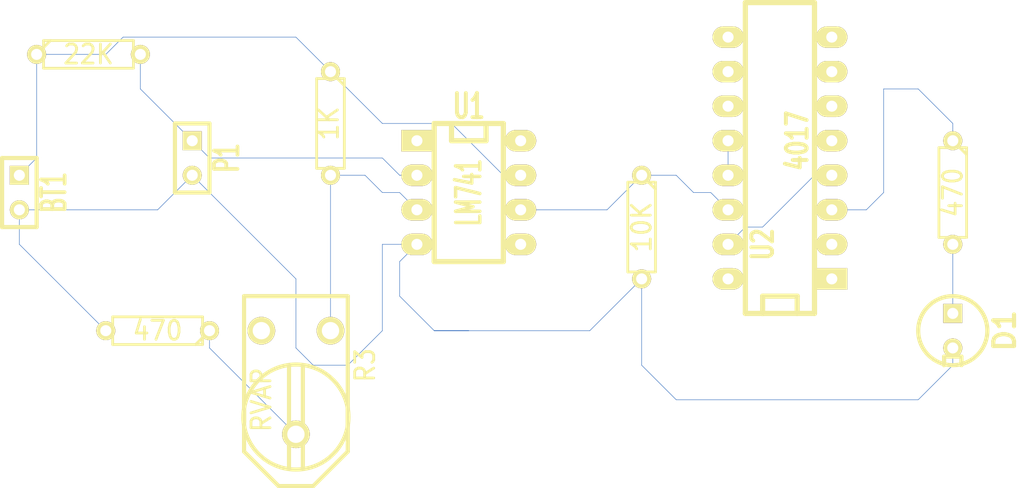
<source format=kicad_pcb>
(kicad_pcb (version 3) (host pcbnew "(2013-07-07 BZR 4022)-stable")

  (general
    (links 19)
    (no_connects 0)
    (area 17.373599 16.065499 92.6084 52.476401)
    (thickness 1.6)
    (drawings 0)
    (tracks 64)
    (zones 0)
    (modules 11)
    (nets 11)
  )

  (page A4)
  (title_block 
    (title "ADVACED CLAP")
  )

  (layers
    (15 F.Cu signal)
    (0 B.Cu signal)
    (16 B.Adhes user)
    (17 F.Adhes user)
    (18 B.Paste user)
    (19 F.Paste user)
    (20 B.SilkS user)
    (21 F.SilkS user)
    (22 B.Mask user)
    (23 F.Mask user)
    (24 Dwgs.User user)
    (25 Cmts.User user)
    (26 Eco1.User user)
    (27 Eco2.User user)
    (28 Edge.Cuts user)
  )

  (setup
    (last_trace_width 0.04)
    (trace_clearance 0.254)
    (zone_clearance 0.508)
    (zone_45_only no)
    (trace_min 0.04)
    (segment_width 0.2)
    (edge_width 0.1)
    (via_size 0.06)
    (via_drill 0.02)
    (via_min_size 0.06)
    (via_min_drill 0.02)
    (uvia_size 0.508)
    (uvia_drill 0.127)
    (uvias_allowed no)
    (uvia_min_size 0.508)
    (uvia_min_drill 0.127)
    (pcb_text_width 0.3)
    (pcb_text_size 1.5 1.5)
    (mod_edge_width 0.15)
    (mod_text_size 1 1)
    (mod_text_width 0.15)
    (pad_size 1.5 1.5)
    (pad_drill 0.6)
    (pad_to_mask_clearance 0)
    (aux_axis_origin 0 0)
    (visible_elements 7FFFFFFF)
    (pcbplotparams
      (layerselection 3178497)
      (usegerberextensions true)
      (excludeedgelayer true)
      (linewidth 0.150000)
      (plotframeref false)
      (viasonmask false)
      (mode 1)
      (useauxorigin false)
      (hpglpennumber 1)
      (hpglpenspeed 20)
      (hpglpendiameter 15)
      (hpglpenoverlay 2)
      (psnegative false)
      (psa4output false)
      (plotreference true)
      (plotvalue true)
      (plotothertext true)
      (plotinvisibletext false)
      (padsonsilk false)
      (subtractmaskfromsilk false)
      (outputformat 1)
      (mirror false)
      (drillshape 1)
      (scaleselection 1)
      (outputdirectory ""))
  )

  (net 0 "")
  (net 1 N-000001)
  (net 2 N-0000010)
  (net 3 N-0000011)
  (net 4 N-0000012)
  (net 5 N-0000013)
  (net 6 N-0000014)
  (net 7 N-000002)
  (net 8 N-000003)
  (net 9 N-000007)
  (net 10 N-000008)

  (net_class Default "This is the default net class."
    (clearance 0.254)
    (trace_width 0.04)
    (via_dia 0.06)
    (via_drill 0.02)
    (uvia_dia 0.508)
    (uvia_drill 0.127)
    (add_net "")
    (add_net N-000001)
    (add_net N-0000010)
    (add_net N-0000011)
    (add_net N-0000012)
    (add_net N-0000013)
    (add_net N-0000014)
    (add_net N-000002)
    (add_net N-000003)
    (add_net N-000007)
    (add_net N-000008)
  )

  (module SIL-2 (layer F.Cu) (tedit 200000) (tstamp 5A78991E)
    (at 31.75 27.94 270)
    (descr "Connecteurs 2 pins")
    (tags "CONN DEV")
    (path /5A786E3E)
    (fp_text reference P1 (at 0 -2.54 270) (layer F.SilkS)
      (effects (font (size 1.72974 1.08712) (thickness 0.3048)))
    )
    (fp_text value CONN_2 (at 0 -2.54 270) (layer F.SilkS) hide
      (effects (font (size 1.524 1.016) (thickness 0.3048)))
    )
    (fp_line (start -2.54 1.27) (end -2.54 -1.27) (layer F.SilkS) (width 0.3048))
    (fp_line (start -2.54 -1.27) (end 2.54 -1.27) (layer F.SilkS) (width 0.3048))
    (fp_line (start 2.54 -1.27) (end 2.54 1.27) (layer F.SilkS) (width 0.3048))
    (fp_line (start 2.54 1.27) (end -2.54 1.27) (layer F.SilkS) (width 0.3048))
    (pad 1 thru_hole rect (at -1.27 0 270) (size 1.397 1.397) (drill 0.8128)
      (layers *.Cu *.Mask F.SilkS)
      (net 6 N-0000014)
    )
    (pad 2 thru_hole circle (at 1.27 0 270) (size 1.397 1.397) (drill 0.8128)
      (layers *.Cu *.Mask F.SilkS)
      (net 5 N-0000013)
    )
  )

  (module SIL-2 (layer F.Cu) (tedit 200000) (tstamp 5A789983)
    (at 19.05 30.48 270)
    (descr "Connecteurs 2 pins")
    (tags "CONN DEV")
    (path /5A786E94)
    (fp_text reference BT1 (at 0 -2.54 270) (layer F.SilkS)
      (effects (font (size 1.72974 1.08712) (thickness 0.3048)))
    )
    (fp_text value BATTERY (at 0 -2.54 270) (layer F.SilkS) hide
      (effects (font (size 1.524 1.016) (thickness 0.3048)))
    )
    (fp_line (start -2.54 1.27) (end -2.54 -1.27) (layer F.SilkS) (width 0.3048))
    (fp_line (start -2.54 -1.27) (end 2.54 -1.27) (layer F.SilkS) (width 0.3048))
    (fp_line (start 2.54 -1.27) (end 2.54 1.27) (layer F.SilkS) (width 0.3048))
    (fp_line (start 2.54 1.27) (end -2.54 1.27) (layer F.SilkS) (width 0.3048))
    (pad 1 thru_hole rect (at -1.27 0 270) (size 1.397 1.397) (drill 0.8128)
      (layers *.Cu *.Mask F.SilkS)
      (net 9 N-000007)
    )
    (pad 2 thru_hole circle (at 1.27 0 270) (size 1.397 1.397) (drill 0.8128)
      (layers *.Cu *.Mask F.SilkS)
      (net 5 N-0000013)
    )
  )

  (module RV2X4 (layer F.Cu) (tedit 5A7892E2) (tstamp 5A788FDA)
    (at 39.37 45.72 270)
    (descr "Resistance variable / Potentiometre")
    (tags R)
    (path /5A786E2F)
    (fp_text reference R3 (at -2.54 -5.08 270) (layer F.SilkS)
      (effects (font (size 1.397 1.27) (thickness 0.2032)))
    )
    (fp_text value RVAR (at 0 2.54 270) (layer F.SilkS)
      (effects (font (size 1.397 1.27) (thickness 0.2032)))
    )
    (fp_line (start -7.62 -3.81) (end 3.81 -3.81) (layer F.SilkS) (width 0.3048))
    (fp_line (start 3.81 -3.81) (end 6.35 -1.27) (layer F.SilkS) (width 0.3048))
    (fp_line (start 6.35 -1.27) (end 6.35 1.27) (layer F.SilkS) (width 0.3048))
    (fp_line (start 6.35 1.27) (end 3.81 3.81) (layer F.SilkS) (width 0.3048))
    (fp_line (start 3.81 3.81) (end -7.62 3.81) (layer F.SilkS) (width 0.3048))
    (fp_line (start -7.62 3.81) (end -7.62 -3.81) (layer F.SilkS) (width 0.3048))
    (fp_line (start 0.762 -3.81) (end 1.905 -3.81) (layer F.SilkS) (width 0.3048))
    (fp_line (start 1.651 3.81) (end 0.762 3.81) (layer F.SilkS) (width 0.3048))
    (fp_line (start -2.54 -0.508) (end 4.953 -0.508) (layer F.SilkS) (width 0.3048))
    (fp_line (start -2.54 0.508) (end 4.953 0.508) (layer F.SilkS) (width 0.3048))
    (fp_circle (center 1.27 0) (end -2.54 -0.635) (layer F.SilkS) (width 0.3048))
    (pad 1 thru_hole circle (at -5.08 -2.54 270) (size 2.032 2.032) (drill 1.27)
      (layers *.Cu *.Mask F.SilkS)
      (net 1 N-000001)
    )
    (pad 2 thru_hole circle (at 2.54 0 270) (size 2.032 2.032) (drill 1.27)
      (layers *.Cu *.Mask F.SilkS)
      (net 7 N-000002)
    )
    (pad 3 thru_hole circle (at -5.08 2.54 270) (size 2.032 2.032) (drill 1.27)
      (layers *.Cu *.Mask F.SilkS)
    )
    (model discret/adjustable_rx2v4.wrl
      (at (xyz 0 0 0))
      (scale (xyz 1 1 1))
      (rotate (xyz 0 0 0))
    )
  )

  (module R3 (layer F.Cu) (tedit 5A78976E) (tstamp 5A789969)
    (at 24.13 20.32)
    (descr "Resitance 3 pas")
    (tags R)
    (path /5A786DE4)
    (autoplace_cost180 10)
    (fp_text reference R1 (at 0 0.127) (layer F.SilkS) hide
      (effects (font (size 1.397 1.27) (thickness 0.2032)))
    )
    (fp_text value 22K (at 0 0) (layer F.SilkS)
      (effects (font (size 1.397 1.27) (thickness 0.2032)))
    )
    (fp_line (start -3.81 0) (end -3.302 0) (layer F.SilkS) (width 0.2032))
    (fp_line (start 3.81 0) (end 3.302 0) (layer F.SilkS) (width 0.2032))
    (fp_line (start 3.302 0) (end 3.302 -1.016) (layer F.SilkS) (width 0.2032))
    (fp_line (start 3.302 -1.016) (end -3.302 -1.016) (layer F.SilkS) (width 0.2032))
    (fp_line (start -3.302 -1.016) (end -3.302 1.016) (layer F.SilkS) (width 0.2032))
    (fp_line (start -3.302 1.016) (end 3.302 1.016) (layer F.SilkS) (width 0.2032))
    (fp_line (start 3.302 1.016) (end 3.302 0) (layer F.SilkS) (width 0.2032))
    (fp_line (start -3.302 -0.508) (end -2.794 -1.016) (layer F.SilkS) (width 0.2032))
    (pad 1 thru_hole circle (at -3.81 0) (size 1.397 1.397) (drill 0.8128)
      (layers *.Cu *.Mask F.SilkS)
      (net 9 N-000007)
    )
    (pad 2 thru_hole circle (at 3.81 0) (size 1.397 1.397) (drill 0.8128)
      (layers *.Cu *.Mask F.SilkS)
      (net 6 N-0000014)
    )
    (model discret/resistor.wrl
      (at (xyz 0 0 0))
      (scale (xyz 0.3 0.3 0.3))
      (rotate (xyz 0 0 0))
    )
  )

  (module R3 (layer F.Cu) (tedit 4E4C0E65) (tstamp 5A788FF6)
    (at 41.91 25.4 270)
    (descr "Resitance 3 pas")
    (tags R)
    (path /5A786DF3)
    (autoplace_cost180 10)
    (fp_text reference R2 (at 0 0.127 270) (layer F.SilkS) hide
      (effects (font (size 1.397 1.27) (thickness 0.2032)))
    )
    (fp_text value 1K (at 0 0.127 270) (layer F.SilkS)
      (effects (font (size 1.397 1.27) (thickness 0.2032)))
    )
    (fp_line (start -3.81 0) (end -3.302 0) (layer F.SilkS) (width 0.2032))
    (fp_line (start 3.81 0) (end 3.302 0) (layer F.SilkS) (width 0.2032))
    (fp_line (start 3.302 0) (end 3.302 -1.016) (layer F.SilkS) (width 0.2032))
    (fp_line (start 3.302 -1.016) (end -3.302 -1.016) (layer F.SilkS) (width 0.2032))
    (fp_line (start -3.302 -1.016) (end -3.302 1.016) (layer F.SilkS) (width 0.2032))
    (fp_line (start -3.302 1.016) (end 3.302 1.016) (layer F.SilkS) (width 0.2032))
    (fp_line (start 3.302 1.016) (end 3.302 0) (layer F.SilkS) (width 0.2032))
    (fp_line (start -3.302 -0.508) (end -2.794 -1.016) (layer F.SilkS) (width 0.2032))
    (pad 1 thru_hole circle (at -3.81 0 270) (size 1.397 1.397) (drill 0.8128)
      (layers *.Cu *.Mask F.SilkS)
      (net 9 N-000007)
    )
    (pad 2 thru_hole circle (at 3.81 0 270) (size 1.397 1.397) (drill 0.8128)
      (layers *.Cu *.Mask F.SilkS)
      (net 1 N-000001)
    )
    (model discret/resistor.wrl
      (at (xyz 0 0 0))
      (scale (xyz 0.3 0.3 0.3))
      (rotate (xyz 0 0 0))
    )
  )

  (module R3 (layer F.Cu) (tedit 5A789731) (tstamp 5A789978)
    (at 29.21 40.64 180)
    (descr "Resitance 3 pas")
    (tags R)
    (path /5A786E02)
    (autoplace_cost180 10)
    (fp_text reference R4 (at 0 0.127 180) (layer F.SilkS) hide
      (effects (font (size 1.397 1.27) (thickness 0.2032)))
    )
    (fp_text value 470 (at 0 0 180) (layer F.SilkS)
      (effects (font (size 1.397 1.27) (thickness 0.2032)))
    )
    (fp_line (start -3.81 0) (end -3.302 0) (layer F.SilkS) (width 0.2032))
    (fp_line (start 3.81 0) (end 3.302 0) (layer F.SilkS) (width 0.2032))
    (fp_line (start 3.302 0) (end 3.302 -1.016) (layer F.SilkS) (width 0.2032))
    (fp_line (start 3.302 -1.016) (end -3.302 -1.016) (layer F.SilkS) (width 0.2032))
    (fp_line (start -3.302 -1.016) (end -3.302 1.016) (layer F.SilkS) (width 0.2032))
    (fp_line (start -3.302 1.016) (end 3.302 1.016) (layer F.SilkS) (width 0.2032))
    (fp_line (start 3.302 1.016) (end 3.302 0) (layer F.SilkS) (width 0.2032))
    (fp_line (start -3.302 -0.508) (end -2.794 -1.016) (layer F.SilkS) (width 0.2032))
    (pad 1 thru_hole circle (at -3.81 0 180) (size 1.397 1.397) (drill 0.8128)
      (layers *.Cu *.Mask F.SilkS)
      (net 7 N-000002)
    )
    (pad 2 thru_hole circle (at 3.81 0 180) (size 1.397 1.397) (drill 0.8128)
      (layers *.Cu *.Mask F.SilkS)
      (net 5 N-0000013)
    )
    (model discret/resistor.wrl
      (at (xyz 0 0 0))
      (scale (xyz 0.3 0.3 0.3))
      (rotate (xyz 0 0 0))
    )
  )

  (module R3 (layer F.Cu) (tedit 5A789496) (tstamp 5A78939A)
    (at 64.77 33.02 270)
    (descr "Resitance 3 pas")
    (tags R)
    (path /5A786E11)
    (autoplace_cost180 10)
    (fp_text reference R5 (at 0 0.127 270) (layer F.SilkS) hide
      (effects (font (size 1.397 1.27) (thickness 0.2032)))
    )
    (fp_text value 10K (at 0 0 270) (layer F.SilkS)
      (effects (font (size 1.397 1.27) (thickness 0.2032)))
    )
    (fp_line (start -3.81 0) (end -3.302 0) (layer F.SilkS) (width 0.2032))
    (fp_line (start 3.81 0) (end 3.302 0) (layer F.SilkS) (width 0.2032))
    (fp_line (start 3.302 0) (end 3.302 -1.016) (layer F.SilkS) (width 0.2032))
    (fp_line (start 3.302 -1.016) (end -3.302 -1.016) (layer F.SilkS) (width 0.2032))
    (fp_line (start -3.302 -1.016) (end -3.302 1.016) (layer F.SilkS) (width 0.2032))
    (fp_line (start -3.302 1.016) (end 3.302 1.016) (layer F.SilkS) (width 0.2032))
    (fp_line (start 3.302 1.016) (end 3.302 0) (layer F.SilkS) (width 0.2032))
    (fp_line (start -3.302 -0.508) (end -2.794 -1.016) (layer F.SilkS) (width 0.2032))
    (pad 1 thru_hole circle (at -3.81 0 270) (size 1.397 1.397) (drill 0.8128)
      (layers *.Cu *.Mask F.SilkS)
      (net 3 N-0000011)
    )
    (pad 2 thru_hole circle (at 3.81 0 270) (size 1.397 1.397) (drill 0.8128)
      (layers *.Cu *.Mask F.SilkS)
      (net 5 N-0000013)
    )
    (model discret/resistor.wrl
      (at (xyz 0 0 0))
      (scale (xyz 0.3 0.3 0.3))
      (rotate (xyz 0 0 0))
    )
  )

  (module R3 (layer F.Cu) (tedit 5A789195) (tstamp 5A78925F)
    (at 87.63 30.48 270)
    (descr "Resitance 3 pas")
    (tags R)
    (path /5A786E20)
    (autoplace_cost180 10)
    (fp_text reference R6 (at 0 0.127 270) (layer F.SilkS) hide
      (effects (font (size 1.397 1.27) (thickness 0.2032)))
    )
    (fp_text value 470 (at 0 0 270) (layer F.SilkS)
      (effects (font (size 1.397 1.27) (thickness 0.2032)))
    )
    (fp_line (start -3.81 0) (end -3.302 0) (layer F.SilkS) (width 0.2032))
    (fp_line (start 3.81 0) (end 3.302 0) (layer F.SilkS) (width 0.2032))
    (fp_line (start 3.302 0) (end 3.302 -1.016) (layer F.SilkS) (width 0.2032))
    (fp_line (start 3.302 -1.016) (end -3.302 -1.016) (layer F.SilkS) (width 0.2032))
    (fp_line (start -3.302 -1.016) (end -3.302 1.016) (layer F.SilkS) (width 0.2032))
    (fp_line (start -3.302 1.016) (end 3.302 1.016) (layer F.SilkS) (width 0.2032))
    (fp_line (start 3.302 1.016) (end 3.302 0) (layer F.SilkS) (width 0.2032))
    (fp_line (start -3.302 -0.508) (end -2.794 -1.016) (layer F.SilkS) (width 0.2032))
    (pad 1 thru_hole circle (at -3.81 0 270) (size 1.397 1.397) (drill 0.8128)
      (layers *.Cu *.Mask F.SilkS)
      (net 2 N-0000010)
    )
    (pad 2 thru_hole circle (at 3.81 0 270) (size 1.397 1.397) (drill 0.8128)
      (layers *.Cu *.Mask F.SilkS)
      (net 8 N-000003)
    )
    (model discret/resistor.wrl
      (at (xyz 0 0 0))
      (scale (xyz 0.3 0.3 0.3))
      (rotate (xyz 0 0 0))
    )
  )

  (module LEDV (layer F.Cu) (tedit 200000) (tstamp 5A789548)
    (at 87.63 40.64 270)
    (descr "Led verticale diam 6mm")
    (tags "LED DEV")
    (path /5A786E58)
    (fp_text reference D1 (at 0 -3.81 270) (layer F.SilkS)
      (effects (font (size 1.524 1.524) (thickness 0.3048)))
    )
    (fp_text value LED (at 0 -3.81 270) (layer F.SilkS) hide
      (effects (font (size 1.524 1.524) (thickness 0.3048)))
    )
    (fp_circle (center 0 0) (end -2.54 0) (layer F.SilkS) (width 0.3048))
    (fp_line (start 2.54 -0.635) (end 1.905 -0.635) (layer F.SilkS) (width 0.3048))
    (fp_line (start 1.905 -0.635) (end 1.905 0.635) (layer F.SilkS) (width 0.3048))
    (fp_line (start 1.905 0.635) (end 2.54 0.635) (layer F.SilkS) (width 0.3048))
    (pad 1 thru_hole rect (at -1.27 0 270) (size 1.397 1.397) (drill 0.8128)
      (layers *.Cu *.Mask F.SilkS)
      (net 8 N-000003)
    )
    (pad 2 thru_hole circle (at 1.27 0 270) (size 1.397 1.397) (drill 0.8128)
      (layers *.Cu *.Mask F.SilkS)
      (net 5 N-0000013)
    )
    (model discret/led5_vertical.wrl
      (at (xyz 0 0 0))
      (scale (xyz 1 1 1))
      (rotate (xyz 0 0 0))
    )
  )

  (module DIP-8__300_ELL (layer F.Cu) (tedit 5A78913B) (tstamp 5A78903D)
    (at 52.07 30.48 270)
    (descr "8 pins DIL package, elliptical pads")
    (tags DIL)
    (path /5A786E85)
    (fp_text reference U1 (at -6.35 0 360) (layer F.SilkS)
      (effects (font (size 1.778 1.143) (thickness 0.3048)))
    )
    (fp_text value LM741 (at 0 0 270) (layer F.SilkS)
      (effects (font (size 1.778 1.016) (thickness 0.3048)))
    )
    (fp_line (start -5.08 -1.27) (end -3.81 -1.27) (layer F.SilkS) (width 0.381))
    (fp_line (start -3.81 -1.27) (end -3.81 1.27) (layer F.SilkS) (width 0.381))
    (fp_line (start -3.81 1.27) (end -5.08 1.27) (layer F.SilkS) (width 0.381))
    (fp_line (start -5.08 -2.54) (end 5.08 -2.54) (layer F.SilkS) (width 0.381))
    (fp_line (start 5.08 -2.54) (end 5.08 2.54) (layer F.SilkS) (width 0.381))
    (fp_line (start 5.08 2.54) (end -5.08 2.54) (layer F.SilkS) (width 0.381))
    (fp_line (start -5.08 2.54) (end -5.08 -2.54) (layer F.SilkS) (width 0.381))
    (pad 1 thru_hole rect (at -3.81 3.81 270) (size 1.5748 2.286) (drill 0.8128)
      (layers *.Cu *.Mask F.SilkS)
    )
    (pad 2 thru_hole oval (at -1.27 3.81 270) (size 1.5748 2.286) (drill 0.8128)
      (layers *.Cu *.Mask F.SilkS)
      (net 6 N-0000014)
    )
    (pad 3 thru_hole oval (at 1.27 3.81 270) (size 1.5748 2.286) (drill 0.8128)
      (layers *.Cu *.Mask F.SilkS)
      (net 1 N-000001)
    )
    (pad 4 thru_hole oval (at 3.81 3.81 270) (size 1.5748 2.286) (drill 0.8128)
      (layers *.Cu *.Mask F.SilkS)
      (net 5 N-0000013)
    )
    (pad 5 thru_hole oval (at 3.81 -3.81 270) (size 1.5748 2.286) (drill 0.8128)
      (layers *.Cu *.Mask F.SilkS)
    )
    (pad 6 thru_hole oval (at 1.27 -3.81 270) (size 1.5748 2.286) (drill 0.8128)
      (layers *.Cu *.Mask F.SilkS)
      (net 3 N-0000011)
    )
    (pad 7 thru_hole oval (at -1.27 -3.81 270) (size 1.5748 2.286) (drill 0.8128)
      (layers *.Cu *.Mask F.SilkS)
      (net 9 N-000007)
    )
    (pad 8 thru_hole oval (at -3.81 -3.81 270) (size 1.5748 2.286) (drill 0.8128)
      (layers *.Cu *.Mask F.SilkS)
    )
    (model dil/dil_8.wrl
      (at (xyz 0 0 0))
      (scale (xyz 1 1 1))
      (rotate (xyz 0 0 0))
    )
  )

  (module DIP-16__300_ELL (layer F.Cu) (tedit 200000) (tstamp 5A789059)
    (at 74.93 27.94 90)
    (descr "16 pins DIL package, elliptical pads")
    (tags DIL)
    (path /5A787450)
    (fp_text reference U2 (at -6.35 -1.27 90) (layer F.SilkS)
      (effects (font (size 1.524 1.143) (thickness 0.3048)))
    )
    (fp_text value 4017 (at 1.27 1.27 90) (layer F.SilkS)
      (effects (font (size 1.524 1.143) (thickness 0.3048)))
    )
    (fp_line (start -11.43 -1.27) (end -11.43 -1.27) (layer F.SilkS) (width 0.381))
    (fp_line (start -11.43 -1.27) (end -10.16 -1.27) (layer F.SilkS) (width 0.381))
    (fp_line (start -10.16 -1.27) (end -10.16 1.27) (layer F.SilkS) (width 0.381))
    (fp_line (start -10.16 1.27) (end -11.43 1.27) (layer F.SilkS) (width 0.381))
    (fp_line (start -11.43 -2.54) (end 11.43 -2.54) (layer F.SilkS) (width 0.381))
    (fp_line (start 11.43 -2.54) (end 11.43 2.54) (layer F.SilkS) (width 0.381))
    (fp_line (start 11.43 2.54) (end -11.43 2.54) (layer F.SilkS) (width 0.381))
    (fp_line (start -11.43 2.54) (end -11.43 -2.54) (layer F.SilkS) (width 0.381))
    (pad 1 thru_hole rect (at -8.89 3.81 90) (size 1.5748 2.286) (drill 0.8128)
      (layers *.Cu *.Mask F.SilkS)
    )
    (pad 2 thru_hole oval (at -6.35 3.81 90) (size 1.5748 2.286) (drill 0.8128)
      (layers *.Cu *.Mask F.SilkS)
    )
    (pad 3 thru_hole oval (at -3.81 3.81 90) (size 1.5748 2.286) (drill 0.8128)
      (layers *.Cu *.Mask F.SilkS)
      (net 2 N-0000010)
    )
    (pad 4 thru_hole oval (at -1.27 3.81 90) (size 1.5748 2.286) (drill 0.8128)
      (layers *.Cu *.Mask F.SilkS)
      (net 4 N-0000012)
    )
    (pad 5 thru_hole oval (at 1.27 3.81 90) (size 1.5748 2.286) (drill 0.8128)
      (layers *.Cu *.Mask F.SilkS)
    )
    (pad 6 thru_hole oval (at 3.81 3.81 90) (size 1.5748 2.286) (drill 0.8128)
      (layers *.Cu *.Mask F.SilkS)
    )
    (pad 7 thru_hole oval (at 6.35 3.81 90) (size 1.5748 2.286) (drill 0.8128)
      (layers *.Cu *.Mask F.SilkS)
    )
    (pad 8 thru_hole oval (at 8.89 3.81 90) (size 1.5748 2.286) (drill 0.8128)
      (layers *.Cu *.Mask F.SilkS)
    )
    (pad 9 thru_hole oval (at 8.89 -3.81 90) (size 1.5748 2.286) (drill 0.8128)
      (layers *.Cu *.Mask F.SilkS)
    )
    (pad 10 thru_hole oval (at 6.35 -3.81 90) (size 1.5748 2.286) (drill 0.8128)
      (layers *.Cu *.Mask F.SilkS)
    )
    (pad 11 thru_hole oval (at 3.81 -3.81 90) (size 1.5748 2.286) (drill 0.8128)
      (layers *.Cu *.Mask F.SilkS)
    )
    (pad 12 thru_hole oval (at 1.27 -3.81 90) (size 1.5748 2.286) (drill 0.8128)
      (layers *.Cu *.Mask F.SilkS)
      (net 10 N-000008)
    )
    (pad 13 thru_hole oval (at -1.27 -3.81 90) (size 1.5748 2.286) (drill 0.8128)
      (layers *.Cu *.Mask F.SilkS)
      (net 10 N-000008)
    )
    (pad 14 thru_hole oval (at -3.81 -3.81 90) (size 1.5748 2.286) (drill 0.8128)
      (layers *.Cu *.Mask F.SilkS)
      (net 3 N-0000011)
    )
    (pad 15 thru_hole oval (at -6.35 -3.81 90) (size 1.5748 2.286) (drill 0.8128)
      (layers *.Cu *.Mask F.SilkS)
      (net 4 N-0000012)
    )
    (pad 16 thru_hole oval (at -8.89 -3.81 90) (size 1.5748 2.286) (drill 0.8128)
      (layers *.Cu *.Mask F.SilkS)
    )
    (model dil/dil_16.wrl
      (at (xyz 0 0 0))
      (scale (xyz 1 1 1))
      (rotate (xyz 0 0 0))
    )
  )

  (segment (start 48.26 31.75) (end 46.99 30.48) (width 0.04) (layer B.Cu) (net 1) (status 80000))
  (segment (start 46.99 30.48) (end 45.72 30.48) (width 0.04) (layer B.Cu) (net 1) (status 80000))
  (segment (start 45.72 30.48) (end 44.45 29.21) (width 0.04) (layer B.Cu) (net 1) (status 80000))
  (segment (start 44.45 29.21) (end 41.91 29.21) (width 0.04) (layer B.Cu) (net 1) (status 80000))
  (segment (start 41.91 29.21) (end 41.91 40.64) (width 0.04) (layer B.Cu) (net 1) (status 80000))
  (segment (start 81.28 31.75) (end 78.74 31.75) (width 0.04) (layer B.Cu) (net 2) (tstamp 5A78999A))
  (segment (start 82.55 30.48) (end 81.28 31.75) (width 0.04) (layer B.Cu) (net 2) (tstamp 5A789999))
  (segment (start 82.55 22.86) (end 82.55 30.48) (width 0.04) (layer B.Cu) (net 2) (tstamp 5A789998))
  (segment (start 85.09 22.86) (end 82.55 22.86) (width 0.04) (layer B.Cu) (net 2) (tstamp 5A789997))
  (segment (start 87.63 25.4) (end 85.09 22.86) (width 0.04) (layer B.Cu) (net 2) (tstamp 5A789996))
  (segment (start 87.63 26.67) (end 87.63 25.4) (width 0.04) (layer B.Cu) (net 2))
  (segment (start 64.77 29.21) (end 62.23 31.75) (width 0.04) (layer B.Cu) (net 3) (status 80000))
  (segment (start 62.23 31.75) (end 55.88 31.75) (width 0.04) (layer B.Cu) (net 3) (status 80000))
  (segment (start 71.12 31.75) (end 69.85 30.48) (width 0.04) (layer B.Cu) (net 3) (status 80000))
  (segment (start 69.85 30.48) (end 68.58 30.48) (width 0.04) (layer B.Cu) (net 3) (status 80000))
  (segment (start 68.58 30.48) (end 67.31 29.21) (width 0.04) (layer B.Cu) (net 3) (status 80000))
  (segment (start 67.31 29.21) (end 64.77 29.21) (width 0.04) (layer B.Cu) (net 3) (status 80000))
  (segment (start 71.12 34.29) (end 72.39 33.02) (width 0.04) (layer B.Cu) (net 4) (status 80000))
  (segment (start 72.39 33.02) (end 73.66 33.02) (width 0.04) (layer B.Cu) (net 4) (status 80000))
  (segment (start 73.66 33.02) (end 77.47 29.21) (width 0.04) (layer B.Cu) (net 4) (status 80000))
  (segment (start 77.47 29.21) (end 78.74 29.21) (width 0.04) (layer B.Cu) (net 4) (status 80000))
  (segment (start 19.05 31.75) (end 19.05 34.29) (width 0.04) (layer B.Cu) (net 5) (status 80000))
  (segment (start 19.05 34.29) (end 25.4 40.64) (width 0.04) (layer B.Cu) (net 5) (status 80000))
  (segment (start 48.26 34.29) (end 45.72 34.29) (width 0.04) (layer B.Cu) (net 5) (status 80000))
  (segment (start 45.72 34.29) (end 45.72 40.64) (width 0.04) (layer B.Cu) (net 5) (status 80000))
  (segment (start 45.72 40.64) (end 43.18 43.18) (width 0.04) (layer B.Cu) (net 5) (status 80000))
  (segment (start 43.18 43.18) (end 40.64 43.18) (width 0.04) (layer B.Cu) (net 5) (status 80000))
  (segment (start 40.64 43.18) (end 39.37 41.91) (width 0.04) (layer B.Cu) (net 5) (status 80000))
  (segment (start 39.37 41.91) (end 39.37 36.83) (width 0.04) (layer B.Cu) (net 5) (status 80000))
  (segment (start 39.37 36.83) (end 31.75 29.21) (width 0.04) (layer B.Cu) (net 5) (status 80000))
  (segment (start 31.75 29.21) (end 29.21 31.75) (width 0.04) (layer B.Cu) (net 5) (status 80000))
  (segment (start 29.21 31.75) (end 19.05 31.75) (width 0.04) (layer B.Cu) (net 5) (status 80000))
  (segment (start 87.63 41.91) (end 87.63 43.18) (width 0.04) (layer B.Cu) (net 5))
  (segment (start 64.77 43.18) (end 64.77 36.83) (width 0.04) (layer B.Cu) (net 5) (tstamp 5A7899EF))
  (segment (start 67.31 45.72) (end 64.77 43.18) (width 0.04) (layer B.Cu) (net 5) (tstamp 5A7899EC))
  (segment (start 85.09 45.72) (end 67.31 45.72) (width 0.04) (layer B.Cu) (net 5) (tstamp 5A7899E5))
  (segment (start 87.63 43.18) (end 85.09 45.72) (width 0.04) (layer B.Cu) (net 5) (tstamp 5A7899E0))
  (segment (start 64.77 36.83) (end 60.96 40.64) (width 0.04) (layer B.Cu) (net 5) (tstamp 5A7899F1))
  (segment (start 60.96 40.64) (end 49.53 40.64) (width 0.04) (layer B.Cu) (net 5) (tstamp 5A7899F2))
  (segment (start 49.53 40.64) (end 52.07 40.64) (width 0.04) (layer B.Cu) (net 5) (tstamp 5A789A43))
  (segment (start 52.07 40.64) (end 49.53 40.64) (width 0.04) (layer B.Cu) (net 5) (tstamp 5A789A45))
  (segment (start 49.53 40.64) (end 46.99 38.1) (width 0.04) (layer B.Cu) (net 5) (tstamp 5A789A47))
  (segment (start 46.99 38.1) (end 46.99 35.56) (width 0.04) (layer B.Cu) (net 5) (tstamp 5A789A54))
  (segment (start 46.99 35.56) (end 48.26 34.29) (width 0.04) (layer B.Cu) (net 5) (tstamp 5A789A56))
  (segment (start 31.75 26.67) (end 33.02 27.94) (width 0.04) (layer B.Cu) (net 6) (status 80000))
  (segment (start 33.02 27.94) (end 45.72 27.94) (width 0.04) (layer B.Cu) (net 6) (status 80000))
  (segment (start 45.72 27.94) (end 46.99 29.21) (width 0.04) (layer B.Cu) (net 6) (status 80000))
  (segment (start 46.99 29.21) (end 48.26 29.21) (width 0.04) (layer B.Cu) (net 6) (status 80000))
  (segment (start 27.94 20.32) (end 27.94 22.86) (width 0.04) (layer B.Cu) (net 6) (status 80000))
  (segment (start 27.94 22.86) (end 31.75 26.67) (width 0.04) (layer B.Cu) (net 6) (status 80000))
  (segment (start 33.02 40.64) (end 33.02 41.91) (width 0.04) (layer B.Cu) (net 7) (status 80000))
  (segment (start 33.02 41.91) (end 39.37 48.26) (width 0.04) (layer B.Cu) (net 7) (status 80000))
  (segment (start 87.63 39.37) (end 87.63 34.29) (width 0.04) (layer B.Cu) (net 8) (status 80000))
  (segment (start 41.91 21.59) (end 45.72 25.4) (width 0.04) (layer B.Cu) (net 9) (status 80000))
  (segment (start 45.72 25.4) (end 50.8 25.4) (width 0.04) (layer B.Cu) (net 9) (status 80000))
  (segment (start 50.8 25.4) (end 54.61 29.21) (width 0.04) (layer B.Cu) (net 9) (status 80000))
  (segment (start 54.61 29.21) (end 55.88 29.21) (width 0.04) (layer B.Cu) (net 9) (status 80000))
  (segment (start 41.91 21.59) (end 39.37 19.05) (width 0.04) (layer B.Cu) (net 9) (status 80000))
  (segment (start 39.37 19.05) (end 26.67 19.05) (width 0.04) (layer B.Cu) (net 9) (status 80000))
  (segment (start 26.67 19.05) (end 25.4 20.32) (width 0.04) (layer B.Cu) (net 9) (status 80000))
  (segment (start 25.4 20.32) (end 20.32 20.32) (width 0.04) (layer B.Cu) (net 9) (status 80000))
  (segment (start 20.32 20.32) (end 20.32 27.94) (width 0.04) (layer B.Cu) (net 9) (status 80000))
  (segment (start 20.32 27.94) (end 19.05 29.21) (width 0.04) (layer B.Cu) (net 9) (status 80000))
  (segment (start 71.12 26.67) (end 71.12 29.21) (width 0.04) (layer B.Cu) (net 10) (status 80000))

)

</source>
